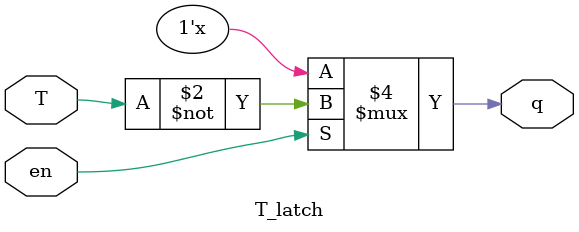
<source format=v>
module sr_latch(input S,R,
output reg q,output q_bar);
    always @(*)begin
        case({S,R})
            2'b00:q=q; //no change
            2'b01:q=1'b0; //reset
            2'b10:q=1'b1; //set
            2'b11:q=1'bx; //illegal
    endcase
end
assign q_bar=~q;
endmodule

module d_latch(input d,en,
output reg q);
always @(*)begin
    case(en)
        1'b1:q=d;
        1'b0:q=q;
endcase
end
endmodule

module jk_latch(input J,K,
output reg q,output q_bar);
always @(*)begin
    case({J,K})
        2'b00:q=q;
        2'b01:q=1'b0;
        2'b10:q=1'b1; //set
        2'b11:q=~q;
endcase
end
assign q_bar=~q;
endmodule


module T_latch(input T,en,
output reg q);
always @(*)begin
    case(en)
        1'b1:q=~T;
        1'b0:q=q;
endcase
end
endmodule
</source>
